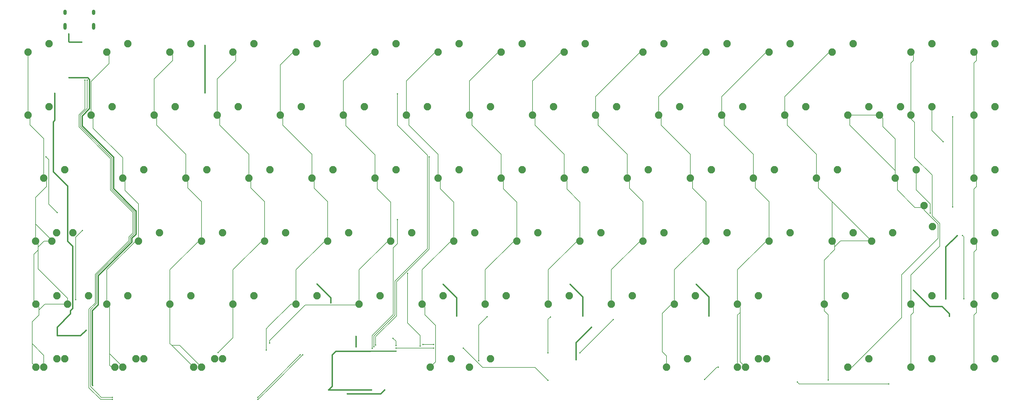
<source format=gtl>
%TF.GenerationSoftware,KiCad,Pcbnew,(5.1.8)-1*%
%TF.CreationDate,2021-02-05T17:02:16+01:00*%
%TF.ProjectId,Space Cowboy - A Jupiter75 Replacement PCB,53706163-6520-4436-9f77-626f79202d20,rev?*%
%TF.SameCoordinates,Original*%
%TF.FileFunction,Copper,L1,Top*%
%TF.FilePolarity,Positive*%
%FSLAX46Y46*%
G04 Gerber Fmt 4.6, Leading zero omitted, Abs format (unit mm)*
G04 Created by KiCad (PCBNEW (5.1.8)-1) date 2021-02-05 17:02:16*
%MOMM*%
%LPD*%
G01*
G04 APERTURE LIST*
%TA.AperFunction,ComponentPad*%
%ADD10C,2.250000*%
%TD*%
%TA.AperFunction,ComponentPad*%
%ADD11O,1.000000X2.100000*%
%TD*%
%TA.AperFunction,ComponentPad*%
%ADD12O,1.000000X1.600000*%
%TD*%
%TA.AperFunction,ViaPad*%
%ADD13C,0.450000*%
%TD*%
%TA.AperFunction,Conductor*%
%ADD14C,0.200000*%
%TD*%
%TA.AperFunction,Conductor*%
%ADD15C,0.382000*%
%TD*%
%TA.AperFunction,Conductor*%
%ADD16C,0.300000*%
%TD*%
G04 APERTURE END LIST*
D10*
X298753530Y-149849840D03*
X305103530Y-147309840D03*
X324294500Y-107315000D03*
X321754500Y-100965000D03*
X178897280Y-147309840D03*
X172547280Y-149849840D03*
D11*
X62228000Y-46759600D03*
X70868000Y-46759600D03*
D12*
X62228000Y-42579600D03*
X70868000Y-42579600D03*
D10*
X174928530Y-92699840D03*
X181278530Y-90159840D03*
X93966030Y-130799840D03*
X100316030Y-128259840D03*
X113016030Y-130799840D03*
X119366030Y-128259840D03*
X79678530Y-149849840D03*
X86028530Y-147309840D03*
X77297280Y-149849840D03*
X83647280Y-147309840D03*
X267797280Y-149849840D03*
X274147280Y-147309840D03*
X98728530Y-92699840D03*
X105078530Y-90159840D03*
X151116030Y-130799840D03*
X157466030Y-128259840D03*
X317803530Y-130799840D03*
X324153530Y-128259840D03*
X51103530Y-73649840D03*
X57453530Y-71109840D03*
X270178530Y-92699840D03*
X276528530Y-90159840D03*
X193978530Y-92699840D03*
X200328530Y-90159840D03*
X74916030Y-130799840D03*
X81266030Y-128259840D03*
X319391030Y-90159840D03*
X313041030Y-92699840D03*
X298753530Y-73649840D03*
X305103530Y-71109840D03*
X55866030Y-92699840D03*
X62216030Y-90159840D03*
X155878530Y-92699840D03*
X162228530Y-90159840D03*
X260653530Y-73649840D03*
X267003530Y-71109840D03*
X190803530Y-147309840D03*
X184453530Y-149849840D03*
X291609780Y-130799840D03*
X297959780Y-128259840D03*
X317803530Y-54599840D03*
X324153530Y-52059840D03*
X103491030Y-111749840D03*
X109841030Y-109209840D03*
X336853530Y-149849840D03*
X343203530Y-147309840D03*
X136828530Y-92699840D03*
X143178530Y-90159840D03*
X79678530Y-92699840D03*
X86028530Y-90159840D03*
X336853530Y-92699840D03*
X343203530Y-90159840D03*
X336853530Y-54599840D03*
X343203530Y-52059840D03*
X251128530Y-92699840D03*
X257478530Y-90159840D03*
X255891030Y-111749840D03*
X262241030Y-109209840D03*
X232078530Y-92699840D03*
X238428530Y-90159840D03*
X279703530Y-73649840D03*
X286053530Y-71109840D03*
X189216030Y-130799840D03*
X195566030Y-128259840D03*
X208266030Y-130799840D03*
X214616030Y-128259840D03*
X53484780Y-130799840D03*
X59834780Y-128259840D03*
X63009780Y-130799840D03*
X69359780Y-128259840D03*
X236841030Y-111749840D03*
X243191030Y-109209840D03*
X217791030Y-111749840D03*
X224141030Y-109209840D03*
X198741030Y-111749840D03*
X205091030Y-109209840D03*
X336853530Y-73649840D03*
X343203530Y-71109840D03*
X213028530Y-92699840D03*
X219378530Y-90159840D03*
X336853530Y-111749840D03*
X343203530Y-109209840D03*
X179691030Y-111749840D03*
X186041030Y-109209840D03*
X160641030Y-111749840D03*
X166991030Y-109209840D03*
X141591030Y-111749840D03*
X147941030Y-109209840D03*
X293991030Y-54599840D03*
X300341030Y-52059840D03*
X274941030Y-54599840D03*
X281291030Y-52059840D03*
X255891030Y-54599840D03*
X262241030Y-52059840D03*
X236841030Y-54599840D03*
X243191030Y-52059840D03*
X213028530Y-54599840D03*
X219378530Y-52059840D03*
X193978530Y-54599840D03*
X200328530Y-52059840D03*
X174928530Y-54599840D03*
X181278530Y-52059840D03*
X155878530Y-54599840D03*
X162228530Y-52059840D03*
X132066030Y-54599840D03*
X138416030Y-52059840D03*
X113016030Y-54599840D03*
X119366030Y-52059840D03*
X93966030Y-54599840D03*
X100316030Y-52059840D03*
X74916030Y-54599840D03*
X81266030Y-52059840D03*
X51103530Y-54599840D03*
X57453530Y-52059840D03*
X305897280Y-111749840D03*
X312247280Y-109209840D03*
X336853530Y-130799840D03*
X343203530Y-128259840D03*
X117778530Y-92699840D03*
X124128530Y-90159840D03*
X317803530Y-149849840D03*
X324153530Y-147309840D03*
X317803530Y-73649840D03*
X324153530Y-71109840D03*
X122541030Y-111749840D03*
X128891030Y-109209840D03*
X55866030Y-149849840D03*
X62216030Y-147309840D03*
X53484780Y-149849840D03*
X59834780Y-147309840D03*
X53340000Y-111760000D03*
X59690000Y-109220000D03*
X58247280Y-111749840D03*
X64597280Y-109209840D03*
X132066030Y-130799840D03*
X138416030Y-128259840D03*
X308278530Y-73649840D03*
X314628530Y-71109840D03*
X170166030Y-130799840D03*
X176516030Y-128259840D03*
X243984780Y-149849840D03*
X250334780Y-147309840D03*
X265416030Y-149849840D03*
X271766030Y-147309840D03*
X103491030Y-149849840D03*
X109841030Y-147309840D03*
X107459780Y-147309840D03*
X101109780Y-149849840D03*
X274941030Y-111749840D03*
X281291030Y-109209840D03*
X84441030Y-111749840D03*
X90791030Y-109209840D03*
X265416030Y-130799840D03*
X271766030Y-128259840D03*
X289228530Y-92699840D03*
X295578530Y-90159840D03*
X293991030Y-111749840D03*
X300341030Y-109209840D03*
X222553530Y-73649840D03*
X228903530Y-71109840D03*
X203503530Y-73649840D03*
X209853530Y-71109840D03*
X184453530Y-73649840D03*
X190803530Y-71109840D03*
X165403530Y-73649840D03*
X171753530Y-71109840D03*
X146353530Y-73649840D03*
X152703530Y-71109840D03*
X127303530Y-73649840D03*
X133653530Y-71109840D03*
X108253530Y-73649840D03*
X114603530Y-71109840D03*
X89203530Y-73649840D03*
X95553530Y-71109840D03*
X70153530Y-73649840D03*
X76503530Y-71109840D03*
X241603530Y-73649840D03*
X247953530Y-71109840D03*
X246366030Y-130799840D03*
X252716030Y-128259840D03*
X227316030Y-130799840D03*
X233666030Y-128259840D03*
D13*
X333400400Y-110032800D03*
X333781400Y-129184400D03*
X330428600Y-74117200D03*
X56489600Y-86233000D03*
X59918600Y-103124000D03*
X65506600Y-129463800D03*
X67487800Y-108559600D03*
X330403200Y-101371400D03*
X147523200Y-157861000D03*
X158750000Y-156667200D03*
X180568600Y-134340600D03*
X218643200Y-134340600D03*
X256743200Y-134340600D03*
X221259400Y-137769600D03*
X142494000Y-130352800D03*
X138379200Y-124714000D03*
X176479200Y-124739400D03*
X214807800Y-124739400D03*
X252933200Y-124739400D03*
X150139400Y-140512800D03*
X150139400Y-143637000D03*
X318516000Y-126517400D03*
X104495600Y-66827400D03*
X104495600Y-52552600D03*
X329361800Y-134391400D03*
X67259200Y-51536600D03*
X63331122Y-49081722D03*
X216598500Y-147510500D03*
X63449200Y-62280800D03*
X59131200Y-67005200D03*
X62992000Y-99720400D03*
X59893200Y-140309600D03*
X68630800Y-138633200D03*
X328295000Y-129184400D03*
X331724000Y-110032800D03*
X142976600Y-146761200D03*
X154457400Y-145034000D03*
X70586600Y-155346400D03*
X154813000Y-156667200D03*
X141884400Y-156667200D03*
X162255200Y-145034000D03*
X155583400Y-143633551D03*
X162712400Y-67208400D03*
X156108400Y-143154400D03*
X172237400Y-86258400D03*
X327533000Y-81661000D03*
X155058400Y-144146544D03*
X162712400Y-105257600D03*
X323621400Y-103276400D03*
X169519600Y-143510000D03*
X165760400Y-121488200D03*
X283464000Y-154330400D03*
X311073800Y-154889200D03*
X170383200Y-142951200D03*
X173634400Y-142951200D03*
X217779600Y-145491200D03*
X227838000Y-135432800D03*
X108483400Y-145465800D03*
X123063000Y-144678400D03*
X124053600Y-142570200D03*
X187223400Y-147929600D03*
X189763400Y-134620000D03*
X208178400Y-145491200D03*
X208864200Y-134645400D03*
X292811200Y-153746200D03*
X255473200Y-153593800D03*
X259588000Y-149860000D03*
X76606400Y-158953200D03*
X68986400Y-63093600D03*
X133299200Y-146126200D03*
X120472200Y-158953200D03*
X68275200Y-63093600D03*
X134061200Y-146126200D03*
X120472200Y-159603203D03*
X76606400Y-159613600D03*
X162255200Y-144094200D03*
X173634400Y-144094200D03*
X182610998Y-144094200D03*
X208153000Y-153797000D03*
X162242500Y-143319500D03*
X161353500Y-141097000D03*
D14*
X333781400Y-110413800D02*
X333781400Y-129184400D01*
X333400400Y-110032800D02*
X333781400Y-110413800D01*
X56489600Y-86233000D02*
X57327800Y-87071200D01*
X57327800Y-87071200D02*
X57327800Y-93573600D01*
X57327800Y-93573600D02*
X57327800Y-98272600D01*
X57327800Y-100533200D02*
X59918600Y-103124000D01*
X57327800Y-98272600D02*
X57327800Y-100533200D01*
X65506600Y-129463800D02*
X65506600Y-121056400D01*
X65506600Y-121056400D02*
X65506600Y-111556800D01*
X65506600Y-110540800D02*
X67487800Y-108559600D01*
X65506600Y-111556800D02*
X65506600Y-110540800D01*
X330428600Y-101346000D02*
X330403200Y-101371400D01*
X330428600Y-74117200D02*
X330428600Y-101346000D01*
D15*
X147523200Y-157861000D02*
X156870400Y-157861000D01*
X157556200Y-157861000D02*
X158750000Y-156667200D01*
X156870400Y-157861000D02*
X157556200Y-157861000D01*
X180568600Y-129565400D02*
X180568600Y-134340600D01*
X256743200Y-129489200D02*
X256743200Y-134340600D01*
X216611200Y-142417800D02*
X221259400Y-137769600D01*
X142494000Y-129616200D02*
X142494000Y-130352800D01*
X138379200Y-124714000D02*
X142494000Y-128828800D01*
X142494000Y-128828800D02*
X142494000Y-129616200D01*
X176479200Y-124739400D02*
X180568600Y-128828800D01*
X180568600Y-128828800D02*
X180568600Y-129565400D01*
X218643200Y-129489200D02*
X218643200Y-134340600D01*
X218643200Y-128574800D02*
X218643200Y-129489200D01*
X214807800Y-124739400D02*
X218643200Y-128574800D01*
X252933200Y-124739400D02*
X256743200Y-128549400D01*
X256743200Y-128549400D02*
X256743200Y-129489200D01*
X150139400Y-140512800D02*
X150139400Y-143637000D01*
X318516000Y-126517400D02*
X323469000Y-131470400D01*
X323469000Y-131470400D02*
X327202800Y-131470400D01*
X104495600Y-66827400D02*
X104495600Y-53035200D01*
X104495600Y-53035200D02*
X104495600Y-52552600D01*
X329361800Y-133629400D02*
X327202800Y-131470400D01*
X329361800Y-134391400D02*
X329361800Y-133629400D01*
X67259200Y-51536600D02*
X63500000Y-51536600D01*
X63331122Y-51367722D02*
X63331122Y-49081722D01*
X63500000Y-51536600D02*
X63331122Y-51367722D01*
X216611200Y-147497800D02*
X216598500Y-147510500D01*
X216611200Y-142417800D02*
X216611200Y-147497800D01*
X72271410Y-122190990D02*
X72271410Y-130928590D01*
X69653201Y-71621599D02*
X67394610Y-73880190D01*
X76894210Y-86359817D02*
X76894210Y-95859418D01*
X69653201Y-62846001D02*
X69653201Y-71621599D01*
X67394610Y-73880190D02*
X67394610Y-76860218D01*
X83549009Y-102514217D02*
X83565817Y-102514217D01*
X82448400Y-110845600D02*
X82448400Y-112014000D01*
X67394610Y-76860218D02*
X76894210Y-86359817D01*
X76894210Y-95859418D02*
X83549009Y-102514217D01*
X83565817Y-102514217D02*
X83667600Y-102616000D01*
X72271410Y-130928590D02*
X70442610Y-132757390D01*
X83667600Y-102616000D02*
X83667600Y-109626400D01*
X83667600Y-109626400D02*
X82448400Y-110845600D01*
X82448400Y-112014000D02*
X72271410Y-122190990D01*
X69088000Y-62280800D02*
X63449200Y-62280800D01*
X69653201Y-62846001D02*
X69088000Y-62280800D01*
X59131200Y-75178488D02*
X58674000Y-75635688D01*
X59131200Y-67005200D02*
X59131200Y-75178488D01*
X62992000Y-95026156D02*
X62992000Y-99720400D01*
X58674000Y-90708156D02*
X62992000Y-95026156D01*
X58674000Y-75635688D02*
X58674000Y-90708156D01*
X62992000Y-111694906D02*
X64516000Y-113218906D01*
X62992000Y-99720400D02*
X62992000Y-111694906D01*
X64516000Y-113218906D02*
X64516000Y-113233200D01*
X64516000Y-113233200D02*
X64566800Y-113284000D01*
X64566800Y-132063166D02*
X63906400Y-132723566D01*
X64566800Y-113284000D02*
X64566800Y-132063166D01*
X63906400Y-133681902D02*
X59893200Y-137695102D01*
X63906400Y-132723566D02*
X63906400Y-133681902D01*
X59893200Y-137695102D02*
X59893200Y-140309600D01*
X66954400Y-140309600D02*
X68630800Y-138633200D01*
X59893200Y-140309600D02*
X66954400Y-140309600D01*
X328295000Y-113461800D02*
X328295000Y-129184400D01*
X331724000Y-110032800D02*
X328295000Y-113461800D01*
X142976600Y-146761200D02*
X142976600Y-146075400D01*
X144018000Y-145034000D02*
X154457400Y-145034000D01*
X142976600Y-146075400D02*
X144018000Y-145034000D01*
X70442610Y-155202410D02*
X70586600Y-155346400D01*
X70442610Y-132757390D02*
X70442610Y-155202410D01*
X154813000Y-156667200D02*
X143433800Y-156667200D01*
X141884400Y-156667200D02*
X143433800Y-156667200D01*
D16*
X154457400Y-145034000D02*
X162255200Y-145034000D01*
D15*
X142976600Y-155575000D02*
X141884400Y-156667200D01*
X142976600Y-146761200D02*
X142976600Y-155575000D01*
D14*
X155583400Y-140453600D02*
X155583400Y-143633551D01*
X171729400Y-114020600D02*
X161925000Y-123825000D01*
X171729400Y-111734600D02*
X171729400Y-114020600D01*
X161925000Y-134112000D02*
X155583400Y-140453600D01*
X161925000Y-123825000D02*
X161925000Y-134112000D01*
X171712399Y-111717599D02*
X171729400Y-111734600D01*
X171712399Y-85707999D02*
X171712399Y-111717599D01*
X162712400Y-76708000D02*
X171712399Y-85707999D01*
X162712400Y-67208400D02*
X162712400Y-76708000D01*
X156108400Y-143154400D02*
X156108400Y-140639800D01*
X156108400Y-140639800D02*
X162433000Y-134315200D01*
X162433000Y-134315200D02*
X162433000Y-131394200D01*
X162433000Y-124038598D02*
X169707798Y-116763800D01*
X162433000Y-131394200D02*
X162433000Y-124038598D01*
X172237400Y-114234198D02*
X172237400Y-86258400D01*
X169707798Y-116763800D02*
X172237400Y-114234198D01*
X324153530Y-78281530D02*
X327533000Y-81661000D01*
X324153530Y-71109840D02*
X324153530Y-78281530D01*
X161417000Y-113792000D02*
X162712400Y-112496600D01*
X161417000Y-133908800D02*
X161417000Y-113792000D01*
X155058400Y-140267400D02*
X161417000Y-133908800D01*
X162712400Y-112496600D02*
X162712400Y-105257600D01*
X155058400Y-144146544D02*
X155058400Y-140267400D01*
X319391030Y-90159840D02*
X319391030Y-96277430D01*
X323621400Y-100507800D02*
X323621400Y-103276400D01*
X319391030Y-96277430D02*
X323621400Y-100507800D01*
X169519600Y-143510000D02*
X169519600Y-140233400D01*
X165760400Y-136474200D02*
X165760400Y-121488200D01*
X169519600Y-140233400D02*
X165760400Y-136474200D01*
X284022800Y-154889200D02*
X283464000Y-154330400D01*
X311073800Y-154889200D02*
X284022800Y-154889200D01*
X170383200Y-142951200D02*
X173634400Y-142951200D01*
X227316030Y-130799840D02*
X227316030Y-120409970D01*
X227316030Y-120409970D02*
X235976160Y-111749840D01*
X235976160Y-111749840D02*
X236841030Y-111749840D01*
X236841030Y-111749840D02*
X236841030Y-99808030D01*
X236841030Y-99808030D02*
X232791000Y-95758000D01*
X232791000Y-95758000D02*
X232791000Y-93412310D01*
X232791000Y-93412310D02*
X232078530Y-92699840D01*
X232078530Y-92699840D02*
X232078530Y-85520530D01*
X232078530Y-85520530D02*
X223266000Y-76708000D01*
X223266000Y-76708000D02*
X223266000Y-74362310D01*
X223266000Y-74362310D02*
X222553530Y-73649840D01*
X222553530Y-73649840D02*
X222553530Y-68022470D01*
X222553530Y-68022470D02*
X235976160Y-54599840D01*
X235976160Y-54599840D02*
X236841030Y-54599840D01*
X217779600Y-145491200D02*
X227838000Y-135432800D01*
X243984780Y-149849840D02*
X243984780Y-146448780D01*
X243984780Y-146448780D02*
X242697000Y-145161000D01*
X242697000Y-145161000D02*
X242697000Y-133604000D01*
X242697000Y-133604000D02*
X245501160Y-130799840D01*
X245501160Y-130799840D02*
X246366030Y-130799840D01*
X246366030Y-130799840D02*
X246366030Y-120409970D01*
X246366030Y-120409970D02*
X255026160Y-111749840D01*
X255026160Y-111749840D02*
X255891030Y-111749840D01*
X255891030Y-111749840D02*
X255891030Y-99808030D01*
X255891030Y-99808030D02*
X251841000Y-95758000D01*
X251841000Y-95758000D02*
X251841000Y-93412310D01*
X251841000Y-93412310D02*
X251128530Y-92699840D01*
X251128530Y-92699840D02*
X251128530Y-85520530D01*
X251128530Y-85520530D02*
X242316000Y-76708000D01*
X242316000Y-76708000D02*
X242316000Y-74362310D01*
X242316000Y-74362310D02*
X241603530Y-73649840D01*
X241603530Y-73649840D02*
X241603530Y-68022470D01*
X241603530Y-68022470D02*
X255026160Y-54599840D01*
X255026160Y-54599840D02*
X255891030Y-54599840D01*
X84441030Y-111749840D02*
X84441030Y-100443030D01*
X84441030Y-100443030D02*
X80391000Y-96393000D01*
X80391000Y-96393000D02*
X80391000Y-93412310D01*
X80391000Y-93412310D02*
X79678530Y-92699840D01*
X79678530Y-92699840D02*
X79678530Y-86536530D01*
X79678530Y-86536530D02*
X70739000Y-77597000D01*
X70739000Y-77597000D02*
X70739000Y-74235310D01*
X70739000Y-74235310D02*
X70153530Y-73649840D01*
X70153530Y-73649840D02*
X70153530Y-63450470D01*
X70153530Y-63450470D02*
X75565000Y-58039000D01*
X75565000Y-58039000D02*
X75565000Y-55248810D01*
X75565000Y-55248810D02*
X74916030Y-54599840D01*
X74916030Y-130799840D02*
X74916030Y-120409970D01*
X74916030Y-120409970D02*
X83576160Y-111749840D01*
X83576160Y-111749840D02*
X84441030Y-111749840D01*
X77297280Y-149849840D02*
X76316840Y-149849840D01*
X76316840Y-149849840D02*
X75692000Y-149225000D01*
X75692000Y-149225000D02*
X75692000Y-145796000D01*
X75692000Y-131575810D02*
X74916030Y-130799840D01*
X75692000Y-145796000D02*
X75692000Y-131575810D01*
X79678530Y-149849840D02*
X79678530Y-149782530D01*
X79678530Y-149782530D02*
X75692000Y-145796000D01*
X89203530Y-73649840D02*
X89203530Y-62688470D01*
X89203530Y-62688470D02*
X94742000Y-57150000D01*
X94742000Y-57150000D02*
X94742000Y-55375810D01*
X94742000Y-55375810D02*
X93966030Y-54599840D01*
X98728530Y-92699840D02*
X98728530Y-85520530D01*
X98728530Y-85520530D02*
X89916000Y-76708000D01*
X89916000Y-76708000D02*
X89916000Y-74362310D01*
X89916000Y-74362310D02*
X89203530Y-73649840D01*
X103491030Y-111749840D02*
X103491030Y-99808030D01*
X103491030Y-99808030D02*
X99314000Y-95631000D01*
X99314000Y-95631000D02*
X99314000Y-93285310D01*
X99314000Y-93285310D02*
X98728530Y-92699840D01*
X93966030Y-130799840D02*
X93966030Y-120409970D01*
X93966030Y-120409970D02*
X102626160Y-111749840D01*
X102626160Y-111749840D02*
X103491030Y-111749840D01*
X94615000Y-131448810D02*
X93966030Y-130799840D01*
X93966030Y-142706090D02*
X93966030Y-130799840D01*
X103491030Y-149849840D02*
X96897190Y-143256000D01*
X94538800Y-143256000D02*
X94527370Y-143267430D01*
X96897190Y-143256000D02*
X94538800Y-143256000D01*
X94527370Y-143267430D02*
X93966030Y-142706090D01*
X101109780Y-149849840D02*
X94527370Y-143267430D01*
X113016030Y-130799840D02*
X113016030Y-120409970D01*
X113016030Y-120409970D02*
X121676160Y-111749840D01*
X121676160Y-111749840D02*
X122541030Y-111749840D01*
X122541030Y-111749840D02*
X122541030Y-99808030D01*
X122541030Y-99808030D02*
X118364000Y-95631000D01*
X118364000Y-95631000D02*
X118364000Y-93285310D01*
X118364000Y-93285310D02*
X117778530Y-92699840D01*
X117778530Y-92699840D02*
X117778530Y-85520530D01*
X117778530Y-85520530D02*
X108966000Y-76708000D01*
X108966000Y-76708000D02*
X108966000Y-74362310D01*
X108966000Y-74362310D02*
X108253530Y-73649840D01*
X108253530Y-73649840D02*
X108253530Y-62688470D01*
X108253530Y-62688470D02*
X113792000Y-57150000D01*
X113792000Y-57150000D02*
X113792000Y-55375810D01*
X113792000Y-55375810D02*
X113016030Y-54599840D01*
X113016030Y-140933170D02*
X108483400Y-145465800D01*
X113016030Y-130799840D02*
X113016030Y-140933170D01*
X132066030Y-130799840D02*
X132066030Y-120409970D01*
X132066030Y-120409970D02*
X140726160Y-111749840D01*
X140726160Y-111749840D02*
X141591030Y-111749840D01*
X141591030Y-111749840D02*
X141591030Y-99808030D01*
X141591030Y-99808030D02*
X137541000Y-95758000D01*
X137541000Y-95758000D02*
X137541000Y-93412310D01*
X137541000Y-93412310D02*
X136828530Y-92699840D01*
X136828530Y-92699840D02*
X136828530Y-85520530D01*
X136828530Y-85520530D02*
X128016000Y-76708000D01*
X128016000Y-76708000D02*
X128016000Y-74362310D01*
X128016000Y-74362310D02*
X127303530Y-73649840D01*
X127303530Y-73649840D02*
X127303530Y-58497470D01*
X127303530Y-58497470D02*
X131201160Y-54599840D01*
X131201160Y-54599840D02*
X132066030Y-54599840D01*
X130475040Y-130799840D02*
X132066030Y-130799840D01*
X123926600Y-137348280D02*
X130475040Y-130799840D01*
X123916120Y-137348280D02*
X123926600Y-137348280D01*
X123063000Y-138201400D02*
X123916120Y-137348280D01*
X123063000Y-144678400D02*
X123063000Y-138201400D01*
X151116030Y-130799840D02*
X151116030Y-120409970D01*
X151116030Y-120409970D02*
X159776160Y-111749840D01*
X159776160Y-111749840D02*
X160641030Y-111749840D01*
X160641030Y-111749840D02*
X160641030Y-99935030D01*
X160641030Y-99935030D02*
X156591000Y-95885000D01*
X156591000Y-95885000D02*
X156591000Y-93412310D01*
X156591000Y-93412310D02*
X155878530Y-92699840D01*
X155878530Y-92699840D02*
X155878530Y-85647530D01*
X155878530Y-85647530D02*
X147066000Y-76835000D01*
X147066000Y-76835000D02*
X147066000Y-74362310D01*
X147066000Y-74362310D02*
X146353530Y-73649840D01*
X146353530Y-73649840D02*
X146353530Y-63323470D01*
X146353530Y-63323470D02*
X155077160Y-54599840D01*
X155077160Y-54599840D02*
X155878530Y-54599840D01*
X124053600Y-141767296D02*
X134807696Y-131013200D01*
X124053600Y-142570200D02*
X124053600Y-141767296D01*
X150902670Y-131013200D02*
X151116030Y-130799840D01*
X134807696Y-131013200D02*
X150902670Y-131013200D01*
X170166030Y-130799840D02*
X170166030Y-120409970D01*
X170166030Y-120409970D02*
X178826160Y-111749840D01*
X178826160Y-111749840D02*
X179691030Y-111749840D01*
X179691030Y-111749840D02*
X179691030Y-99935030D01*
X179691030Y-99935030D02*
X175641000Y-95885000D01*
X175641000Y-95885000D02*
X175641000Y-93412310D01*
X175641000Y-93412310D02*
X174928530Y-92699840D01*
X174928530Y-92699840D02*
X174928530Y-85520530D01*
X174928530Y-85520530D02*
X166116000Y-76708000D01*
X166116000Y-76708000D02*
X166116000Y-74362310D01*
X166116000Y-74362310D02*
X165403530Y-73649840D01*
X165403530Y-73649840D02*
X165403530Y-63323470D01*
X165403530Y-63323470D02*
X174127160Y-54599840D01*
X174127160Y-54599840D02*
X174928530Y-54599840D01*
X170942000Y-133985000D02*
X174159401Y-137202401D01*
X170942000Y-131575810D02*
X170942000Y-133985000D01*
X170166030Y-130799840D02*
X170942000Y-131575810D01*
X174159401Y-148237719D02*
X172547280Y-149849840D01*
X174159401Y-137202401D02*
X174159401Y-148237719D01*
X189216030Y-130799840D02*
X189216030Y-120409970D01*
X189216030Y-120409970D02*
X197876160Y-111749840D01*
X197876160Y-111749840D02*
X198741030Y-111749840D01*
X198741030Y-111749840D02*
X198741030Y-99935030D01*
X198741030Y-99935030D02*
X194691000Y-95885000D01*
X194691000Y-95885000D02*
X194691000Y-93412310D01*
X194691000Y-93412310D02*
X193978530Y-92699840D01*
X193978530Y-92699840D02*
X193978530Y-85520530D01*
X193978530Y-85520530D02*
X185166000Y-76708000D01*
X185166000Y-76708000D02*
X185166000Y-74362310D01*
X185166000Y-74362310D02*
X184453530Y-73649840D01*
X184453530Y-73649840D02*
X184453530Y-63323470D01*
X184453530Y-63323470D02*
X193177160Y-54599840D01*
X193177160Y-54599840D02*
X193978530Y-54599840D01*
X187223400Y-137160000D02*
X189763400Y-134620000D01*
X187223400Y-147929600D02*
X187223400Y-137160000D01*
X203503530Y-73649840D02*
X203503530Y-63323470D01*
X203503530Y-63323470D02*
X212227160Y-54599840D01*
X212227160Y-54599840D02*
X213028530Y-54599840D01*
X213028530Y-92699840D02*
X213028530Y-85520530D01*
X213028530Y-85520530D02*
X204216000Y-76708000D01*
X204216000Y-76708000D02*
X204216000Y-74362310D01*
X204216000Y-74362310D02*
X203503530Y-73649840D01*
X217791030Y-111749840D02*
X217791030Y-99935030D01*
X217791030Y-99935030D02*
X213868000Y-96012000D01*
X213868000Y-96012000D02*
X213868000Y-93539310D01*
X213868000Y-93539310D02*
X213028530Y-92699840D01*
X208266030Y-130799840D02*
X208266030Y-120409970D01*
X208266030Y-120409970D02*
X216926160Y-111749840D01*
X216926160Y-111749840D02*
X217791030Y-111749840D01*
X208178400Y-135331200D02*
X208864200Y-134645400D01*
X208178400Y-145491200D02*
X208178400Y-135331200D01*
X291609780Y-130799840D02*
X291609780Y-117457220D01*
X291609780Y-117457220D02*
X294767000Y-114300000D01*
X294767000Y-114300000D02*
X294767000Y-113411000D01*
X294767000Y-112525810D02*
X293991030Y-111749840D01*
X294767000Y-113411000D02*
X294767000Y-112525810D01*
X294767000Y-113411000D02*
X296545000Y-111633000D01*
X296545000Y-111633000D02*
X305780440Y-111633000D01*
X305780440Y-111633000D02*
X305897280Y-111749840D01*
X293991030Y-111749840D02*
X293991030Y-99808030D01*
X289814000Y-93285310D02*
X289228530Y-92699840D01*
X293991030Y-99808030D02*
X289814000Y-95631000D01*
X289814000Y-95631000D02*
X289814000Y-93285310D01*
X305897280Y-111749840D02*
X305897280Y-111714280D01*
X305897280Y-111714280D02*
X293991030Y-99808030D01*
X289228530Y-92699840D02*
X289228530Y-85520530D01*
X289228530Y-85520530D02*
X280416000Y-76708000D01*
X280416000Y-76708000D02*
X280416000Y-74362310D01*
X280416000Y-74362310D02*
X279703530Y-73649840D01*
X279703530Y-73649840D02*
X279703530Y-68022470D01*
X279703530Y-68022470D02*
X293126160Y-54599840D01*
X293126160Y-54599840D02*
X293991030Y-54599840D01*
X291609780Y-130799840D02*
X291609780Y-132783580D01*
X291609780Y-132783580D02*
X292811200Y-133985000D01*
X292811200Y-153746200D02*
X292811200Y-133985000D01*
X260653530Y-73649840D02*
X260653530Y-68022470D01*
X260653530Y-68022470D02*
X274076160Y-54599840D01*
X274076160Y-54599840D02*
X274941030Y-54599840D01*
X270178530Y-92699840D02*
X270178530Y-85520530D01*
X270178530Y-85520530D02*
X261366000Y-76708000D01*
X261366000Y-76708000D02*
X261366000Y-74362310D01*
X261366000Y-74362310D02*
X260653530Y-73649840D01*
X274941030Y-111749840D02*
X274941030Y-99808030D01*
X274941030Y-99808030D02*
X270764000Y-95631000D01*
X270764000Y-95631000D02*
X270764000Y-93285310D01*
X270764000Y-93285310D02*
X270178530Y-92699840D01*
X265416030Y-130799840D02*
X265416030Y-120409970D01*
X265416030Y-120409970D02*
X274076160Y-111749840D01*
X274076160Y-111749840D02*
X274941030Y-111749840D01*
X265416030Y-149849840D02*
X265416030Y-134125970D01*
X265416030Y-134125970D02*
X266192000Y-133350000D01*
X266192000Y-131575810D02*
X265416030Y-130799840D01*
X266192000Y-133350000D02*
X266192000Y-131575810D01*
X266192000Y-133350000D02*
X266192000Y-148244560D01*
X266192000Y-148244560D02*
X267797280Y-149849840D01*
X259207000Y-149860000D02*
X259588000Y-149860000D01*
X255473200Y-153593800D02*
X259207000Y-149860000D01*
X308278530Y-73649840D02*
X298753530Y-73649840D01*
X313041030Y-92699840D02*
X313041030Y-90868500D01*
X313041030Y-90868500D02*
X313041030Y-90537030D01*
X309308500Y-74679810D02*
X308278530Y-73649840D01*
X309308500Y-77089000D02*
X309308500Y-74679810D01*
X313041030Y-80821530D02*
X309308500Y-77089000D01*
X313041030Y-90537030D02*
X313041030Y-80821530D01*
X321754500Y-100965000D02*
X321246500Y-100965000D01*
X321246500Y-100965000D02*
X320675000Y-101536500D01*
X320675000Y-101536500D02*
X318960500Y-101536500D01*
X318960500Y-101536500D02*
X313690000Y-96266000D01*
X313690000Y-96266000D02*
X313690000Y-93348810D01*
X313690000Y-93348810D02*
X313041030Y-92699840D01*
X313041030Y-90868500D02*
X313041030Y-90410030D01*
X313041030Y-90410030D02*
X299339000Y-76708000D01*
X299339000Y-76708000D02*
X299339000Y-74235310D01*
X299339000Y-74235310D02*
X298753530Y-73649840D01*
X298753530Y-149849840D02*
X299984160Y-149849840D01*
X326009000Y-110871000D02*
X324104000Y-112776000D01*
X326009000Y-106553000D02*
X326009000Y-110871000D01*
X321754500Y-102298500D02*
X326009000Y-106553000D01*
X321754500Y-102298500D02*
X321754500Y-100965000D01*
X299984160Y-149849840D02*
X314960000Y-134874000D01*
X314960000Y-134874000D02*
X314960000Y-121920000D01*
X314960000Y-121920000D02*
X324104000Y-112776000D01*
X54356000Y-131671060D02*
X53484780Y-130799840D01*
X54356000Y-132588000D02*
X54356000Y-131671060D01*
X54356000Y-134112000D02*
X54356000Y-132588000D01*
X52324000Y-142748000D02*
X52324000Y-136144000D01*
X52324000Y-136144000D02*
X54356000Y-134112000D01*
X63009780Y-130799840D02*
X56144160Y-130799840D01*
X56144160Y-130799840D02*
X54356000Y-132588000D01*
X52832000Y-127254000D02*
X52832000Y-115697000D01*
X52832000Y-130147060D02*
X53484780Y-130799840D01*
X52832000Y-127254000D02*
X52832000Y-130147060D01*
X52832000Y-115697000D02*
X54102000Y-114427000D01*
X54102000Y-112522000D02*
X53340000Y-111760000D01*
X54102000Y-113538000D02*
X54102000Y-112522000D01*
X54102000Y-114427000D02*
X54102000Y-113538000D01*
X63009780Y-130799840D02*
X63009780Y-129049780D01*
X63009780Y-129049780D02*
X54102000Y-120142000D01*
X54102000Y-120142000D02*
X54102000Y-114427000D01*
X53340000Y-111760000D02*
X53340000Y-106553000D01*
X53340000Y-106553000D02*
X53340000Y-98552000D01*
X53340000Y-98552000D02*
X56642000Y-95250000D01*
X56642000Y-95250000D02*
X56642000Y-93475810D01*
X56642000Y-93475810D02*
X55866030Y-92699840D01*
X58247280Y-111749840D02*
X58247280Y-111460280D01*
X58247280Y-111460280D02*
X53340000Y-106553000D01*
X55866030Y-92699840D02*
X55866030Y-80758030D01*
X55866030Y-80758030D02*
X51689000Y-76581000D01*
X51689000Y-76581000D02*
X51689000Y-74235310D01*
X51689000Y-74235310D02*
X51103530Y-73649840D01*
X51103530Y-73649840D02*
X51103530Y-57912000D01*
X51103530Y-57912000D02*
X51103530Y-57862470D01*
X52324000Y-142748000D02*
X52324000Y-148689060D01*
X52324000Y-148689060D02*
X53484780Y-149849840D01*
X55866030Y-149849840D02*
X55866030Y-146290030D01*
X55866030Y-146290030D02*
X52324000Y-142748000D01*
X58247280Y-111749840D02*
X55890160Y-111749840D01*
X55890160Y-111749840D02*
X54102000Y-113538000D01*
X51103530Y-57912000D02*
X51103530Y-54599840D01*
X317803530Y-149849840D02*
X317803530Y-134062470D01*
X317803530Y-134062470D02*
X318516000Y-133350000D01*
X318516000Y-133350000D02*
X318516000Y-131512310D01*
X318516000Y-131512310D02*
X317803530Y-130799840D01*
X317803530Y-73649840D02*
X317803530Y-57862470D01*
X317803530Y-57862470D02*
X318516000Y-57150000D01*
X318516000Y-57150000D02*
X318516000Y-55312310D01*
X318516000Y-55312310D02*
X317803530Y-54599840D01*
X317803530Y-74725530D02*
X317803530Y-73649840D01*
X318897000Y-75819000D02*
X317803530Y-74725530D01*
X324180200Y-91770200D02*
X318897000Y-86487000D01*
X326517000Y-106426000D02*
X324180200Y-104089200D01*
X326517000Y-113284000D02*
X326517000Y-106426000D01*
X324180200Y-104089200D02*
X324180200Y-91770200D01*
X317803530Y-121997470D02*
X326517000Y-113284000D01*
X318897000Y-86487000D02*
X318897000Y-75819000D01*
X317803530Y-130799840D02*
X317803530Y-121997470D01*
X336853530Y-149849840D02*
X336853530Y-134062470D01*
X336853530Y-134062470D02*
X337566000Y-133350000D01*
X337566000Y-133350000D02*
X337566000Y-131512310D01*
X337566000Y-131512310D02*
X336853530Y-130799840D01*
X336853530Y-130799840D02*
X336853530Y-115012470D01*
X336853530Y-115012470D02*
X337566000Y-114300000D01*
X337566000Y-114300000D02*
X337566000Y-112462310D01*
X337566000Y-112462310D02*
X336853530Y-111749840D01*
X336853530Y-111749840D02*
X336853530Y-95962470D01*
X336853530Y-95962470D02*
X337566000Y-95250000D01*
X337566000Y-95250000D02*
X337566000Y-93412310D01*
X337566000Y-93412310D02*
X336853530Y-92699840D01*
X336853530Y-92699840D02*
X336853530Y-57862470D01*
X337566000Y-55312310D02*
X336853530Y-54599840D01*
X337566000Y-57150000D02*
X337566000Y-55312310D01*
X336853530Y-57862470D02*
X337566000Y-57150000D01*
X73202800Y-158953200D02*
X76606400Y-158953200D01*
X71780400Y-122224800D02*
X71780400Y-129235200D01*
X71780400Y-129235200D02*
X71780400Y-130657600D01*
X71780400Y-130657600D02*
X69951600Y-132486400D01*
X69951600Y-132486400D02*
X69951600Y-155702000D01*
X69951600Y-155702000D02*
X72237600Y-157988000D01*
X72237600Y-157988000D02*
X73202800Y-158953200D01*
X71780400Y-122224800D02*
X71780401Y-121987607D01*
X71780401Y-121987607D02*
X80424804Y-113343204D01*
X80424804Y-113343204D02*
X80958204Y-112809804D01*
X81957390Y-110642218D02*
X83176590Y-109423018D01*
X81957390Y-111810618D02*
X81957390Y-110642218D01*
X80958204Y-112809804D02*
X81957390Y-111810618D01*
X83176590Y-109423018D02*
X83176590Y-102836191D01*
X83176590Y-102836191D02*
X76885800Y-96545400D01*
X76403200Y-96062801D02*
X76403200Y-86563200D01*
X76885800Y-96545400D02*
X76403200Y-96062801D01*
X66903600Y-73676807D02*
X67191228Y-73389180D01*
X66903600Y-77063601D02*
X66903600Y-73676807D01*
X76403200Y-86563200D02*
X66903600Y-77063601D01*
X67191228Y-73389180D02*
X68969404Y-71611004D01*
X68969404Y-71611004D02*
X68986400Y-71594008D01*
X68986400Y-71594008D02*
X68986400Y-63093600D01*
X133299200Y-146126200D02*
X123952000Y-155473400D01*
X123952000Y-155473400D02*
X120472200Y-158953200D01*
X69494400Y-156108400D02*
X72999600Y-159613600D01*
X69494400Y-132334000D02*
X69494400Y-156108400D01*
X71374000Y-130454400D02*
X69494400Y-132334000D01*
X71374000Y-121828310D02*
X71374000Y-130454400D01*
X68275200Y-71739510D02*
X67827910Y-72186800D01*
X76003190Y-86728889D02*
X76003190Y-96228490D01*
X76003190Y-96228490D02*
X76679151Y-96904450D01*
X81557380Y-110476529D02*
X81557380Y-111644930D01*
X67827910Y-72186800D02*
X67827907Y-72186800D01*
X67827907Y-72186800D02*
X66503591Y-73511116D01*
X66503591Y-73511116D02*
X66503590Y-77229290D01*
X68275200Y-63093600D02*
X68275200Y-71739510D01*
X66503590Y-77229290D02*
X76003190Y-86728889D01*
X81557380Y-111644930D02*
X71374000Y-121828310D01*
X76679151Y-96904450D02*
X82776580Y-103001879D01*
X82776580Y-103001879D02*
X82776580Y-109257329D01*
X82776580Y-109257329D02*
X81557380Y-110476529D01*
X134061200Y-146126200D02*
X124460000Y-155727400D01*
X120584197Y-159603203D02*
X120472200Y-159603203D01*
X124460000Y-155727400D02*
X120584197Y-159603203D01*
X72999600Y-159613600D02*
X76606400Y-159613600D01*
X188402198Y-149885400D02*
X182610998Y-144094200D01*
X203784200Y-149885400D02*
X188402198Y-149885400D01*
X162255200Y-144094200D02*
X173634400Y-144094200D01*
X204241400Y-149885400D02*
X208153000Y-153797000D01*
X203784200Y-149885400D02*
X204241400Y-149885400D01*
X162242500Y-141986000D02*
X161353500Y-141097000D01*
X162242500Y-143319500D02*
X162242500Y-141986000D01*
M02*

</source>
